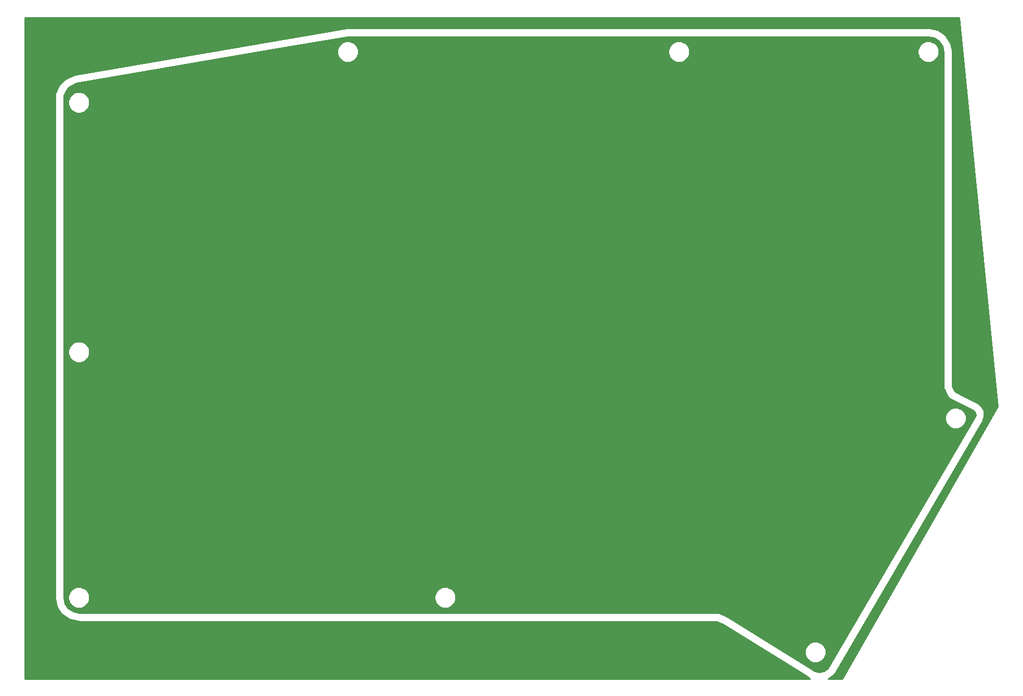
<source format=gbr>
G04 #@! TF.FileFunction,Copper,L1,Top,Signal*
%FSLAX46Y46*%
G04 Gerber Fmt 4.6, Leading zero omitted, Abs format (unit mm)*
G04 Created by KiCad (PCBNEW 4.0.7) date 03/06/18 14:00:37*
%MOMM*%
%LPD*%
G01*
G04 APERTURE LIST*
%ADD10C,0.100000*%
%ADD11C,0.254000*%
G04 APERTURE END LIST*
D10*
D11*
G36*
X222119590Y-101572240D02*
X196776299Y-145923000D01*
X194512345Y-145923000D01*
X195339455Y-145370343D01*
X195354730Y-145355068D01*
X195374154Y-145345620D01*
X195452180Y-145257618D01*
X195535343Y-145174455D01*
X195543609Y-145154500D01*
X195557941Y-145138335D01*
X219687941Y-103863334D01*
X219718265Y-103775572D01*
X219759786Y-103692530D01*
X219906117Y-103158186D01*
X219911969Y-103075845D01*
X219925756Y-102881854D01*
X219856463Y-102332185D01*
X219788136Y-102127207D01*
X219768859Y-102069374D01*
X219494492Y-101588063D01*
X219342200Y-101412470D01*
X219312982Y-101378781D01*
X218875312Y-101039105D01*
X218812764Y-101007831D01*
X218757521Y-100964957D01*
X216217522Y-99694957D01*
X215159203Y-99165797D01*
X214705000Y-98257392D01*
X214705000Y-43815000D01*
X214691358Y-43746416D01*
X214691358Y-43676487D01*
X214449676Y-42461466D01*
X214343661Y-42205526D01*
X214343661Y-42205525D01*
X213655407Y-41175481D01*
X213459519Y-40979593D01*
X212429475Y-40291339D01*
X212173534Y-40185324D01*
X210958514Y-39943642D01*
X210888584Y-39943642D01*
X210820000Y-39930000D01*
X116205000Y-39930000D01*
X116145590Y-39941818D01*
X116085035Y-39940208D01*
X71635036Y-47560208D01*
X71537854Y-47597469D01*
X71437478Y-47624957D01*
X70167478Y-48259957D01*
X70077578Y-48329729D01*
X69982954Y-48392954D01*
X69347954Y-49027954D01*
X69284729Y-49122578D01*
X69214957Y-49212478D01*
X68579957Y-50482478D01*
X68573219Y-50507084D01*
X68559046Y-50528295D01*
X68536844Y-50639913D01*
X68506787Y-50749669D01*
X68509977Y-50774977D01*
X68505000Y-50800000D01*
X68505000Y-132715000D01*
X68518642Y-132783584D01*
X68518642Y-132853514D01*
X68760324Y-134068534D01*
X68841168Y-134263707D01*
X68866339Y-134324475D01*
X69554593Y-135354519D01*
X69750481Y-135550407D01*
X70780525Y-136238661D01*
X70855489Y-136269712D01*
X71036466Y-136344676D01*
X72251487Y-136586358D01*
X72321416Y-136586358D01*
X72390000Y-136600000D01*
X176362392Y-136600000D01*
X177453672Y-137145640D01*
X190750805Y-145377199D01*
X191567655Y-145923000D01*
X63627000Y-145923000D01*
X63627000Y-38227000D01*
X215785066Y-38227000D01*
X222119590Y-101572240D01*
X222119590Y-101572240D01*
G37*
X222119590Y-101572240D02*
X196776299Y-145923000D01*
X194512345Y-145923000D01*
X195339455Y-145370343D01*
X195354730Y-145355068D01*
X195374154Y-145345620D01*
X195452180Y-145257618D01*
X195535343Y-145174455D01*
X195543609Y-145154500D01*
X195557941Y-145138335D01*
X219687941Y-103863334D01*
X219718265Y-103775572D01*
X219759786Y-103692530D01*
X219906117Y-103158186D01*
X219911969Y-103075845D01*
X219925756Y-102881854D01*
X219856463Y-102332185D01*
X219788136Y-102127207D01*
X219768859Y-102069374D01*
X219494492Y-101588063D01*
X219342200Y-101412470D01*
X219312982Y-101378781D01*
X218875312Y-101039105D01*
X218812764Y-101007831D01*
X218757521Y-100964957D01*
X216217522Y-99694957D01*
X215159203Y-99165797D01*
X214705000Y-98257392D01*
X214705000Y-43815000D01*
X214691358Y-43746416D01*
X214691358Y-43676487D01*
X214449676Y-42461466D01*
X214343661Y-42205526D01*
X214343661Y-42205525D01*
X213655407Y-41175481D01*
X213459519Y-40979593D01*
X212429475Y-40291339D01*
X212173534Y-40185324D01*
X210958514Y-39943642D01*
X210888584Y-39943642D01*
X210820000Y-39930000D01*
X116205000Y-39930000D01*
X116145590Y-39941818D01*
X116085035Y-39940208D01*
X71635036Y-47560208D01*
X71537854Y-47597469D01*
X71437478Y-47624957D01*
X70167478Y-48259957D01*
X70077578Y-48329729D01*
X69982954Y-48392954D01*
X69347954Y-49027954D01*
X69284729Y-49122578D01*
X69214957Y-49212478D01*
X68579957Y-50482478D01*
X68573219Y-50507084D01*
X68559046Y-50528295D01*
X68536844Y-50639913D01*
X68506787Y-50749669D01*
X68509977Y-50774977D01*
X68505000Y-50800000D01*
X68505000Y-132715000D01*
X68518642Y-132783584D01*
X68518642Y-132853514D01*
X68760324Y-134068534D01*
X68841168Y-134263707D01*
X68866339Y-134324475D01*
X69554593Y-135354519D01*
X69750481Y-135550407D01*
X70780525Y-136238661D01*
X70855489Y-136269712D01*
X71036466Y-136344676D01*
X72251487Y-136586358D01*
X72321416Y-136586358D01*
X72390000Y-136600000D01*
X176362392Y-136600000D01*
X177453672Y-137145640D01*
X190750805Y-145377199D01*
X191567655Y-145923000D01*
X63627000Y-145923000D01*
X63627000Y-38227000D01*
X215785066Y-38227000D01*
X222119590Y-101572240D01*
G36*
X211757993Y-41550488D02*
X212553183Y-42081817D01*
X213084512Y-42877007D01*
X213285000Y-43884931D01*
X213285000Y-98425000D01*
X213289977Y-98450023D01*
X213286787Y-98475331D01*
X213316844Y-98585087D01*
X213339046Y-98696705D01*
X213353219Y-98717916D01*
X213359957Y-98742522D01*
X213994957Y-100012522D01*
X214049540Y-100082852D01*
X214093628Y-100160193D01*
X214133704Y-100191296D01*
X214164807Y-100231372D01*
X214242148Y-100275460D01*
X214312478Y-100330043D01*
X218059932Y-102203770D01*
X218330790Y-102413983D01*
X218465277Y-102649906D01*
X218499242Y-102919339D01*
X218414897Y-103227337D01*
X194414585Y-144280503D01*
X193793950Y-144695197D01*
X193040002Y-144845167D01*
X192286050Y-144695197D01*
X191529455Y-144189657D01*
X191517877Y-144184861D01*
X191508712Y-144176312D01*
X186889166Y-141316593D01*
X190659677Y-141316593D01*
X190669975Y-141632507D01*
X190669699Y-141948599D01*
X190681184Y-141976395D01*
X190682164Y-142006453D01*
X190902901Y-142539359D01*
X190915954Y-142544581D01*
X190933281Y-142586515D01*
X191420918Y-143075004D01*
X191465149Y-143093370D01*
X191470641Y-143107099D01*
X191766448Y-143218481D01*
X192058373Y-143339699D01*
X192088448Y-143339725D01*
X192116593Y-143350323D01*
X192432507Y-143340025D01*
X192748599Y-143340301D01*
X192776395Y-143328816D01*
X192806453Y-143327836D01*
X193339359Y-143107099D01*
X193344581Y-143094046D01*
X193386515Y-143076719D01*
X193875004Y-142589082D01*
X193893370Y-142544851D01*
X193907099Y-142539359D01*
X194018481Y-142243552D01*
X194139699Y-141951627D01*
X194139725Y-141921552D01*
X194150323Y-141893407D01*
X194140025Y-141577493D01*
X194140301Y-141261401D01*
X194128816Y-141233605D01*
X194127836Y-141203547D01*
X193907099Y-140670641D01*
X193894046Y-140665419D01*
X193876719Y-140623485D01*
X193389082Y-140134996D01*
X193344851Y-140116630D01*
X193339359Y-140102901D01*
X193043552Y-139991519D01*
X192751627Y-139870301D01*
X192721552Y-139870275D01*
X192693407Y-139859677D01*
X192377493Y-139869975D01*
X192061401Y-139869699D01*
X192033605Y-139881184D01*
X192003547Y-139882164D01*
X191470641Y-140102901D01*
X191465419Y-140115954D01*
X191423485Y-140133281D01*
X190934996Y-140620918D01*
X190916630Y-140665149D01*
X190902901Y-140670641D01*
X190791519Y-140966448D01*
X190670301Y-141258373D01*
X190670275Y-141288448D01*
X190659677Y-141316593D01*
X186889166Y-141316593D01*
X178173712Y-135921312D01*
X178143231Y-135909910D01*
X178117522Y-135889957D01*
X176847522Y-135254957D01*
X176822916Y-135248219D01*
X176801705Y-135234046D01*
X176690087Y-135211844D01*
X176580331Y-135181787D01*
X176555023Y-135184977D01*
X176530000Y-135180000D01*
X72459931Y-135180000D01*
X71452007Y-134979512D01*
X70656817Y-134448183D01*
X70125488Y-133652993D01*
X69925000Y-132645069D01*
X69925000Y-132426593D01*
X70644677Y-132426593D01*
X70654975Y-132742507D01*
X70654699Y-133058599D01*
X70666184Y-133086395D01*
X70667164Y-133116453D01*
X70887901Y-133649359D01*
X70900954Y-133654581D01*
X70918281Y-133696515D01*
X71405918Y-134185004D01*
X71450149Y-134203370D01*
X71455641Y-134217099D01*
X71751448Y-134328481D01*
X72043373Y-134449699D01*
X72073448Y-134449725D01*
X72101593Y-134460323D01*
X72417507Y-134450025D01*
X72733599Y-134450301D01*
X72761395Y-134438816D01*
X72791453Y-134437836D01*
X73324359Y-134217099D01*
X73329581Y-134204046D01*
X73371515Y-134186719D01*
X73860004Y-133699082D01*
X73878370Y-133654851D01*
X73892099Y-133649359D01*
X74003481Y-133353552D01*
X74124699Y-133061627D01*
X74124725Y-133031552D01*
X74135323Y-133003407D01*
X74125025Y-132687493D01*
X74125252Y-132426593D01*
X130334677Y-132426593D01*
X130344975Y-132742507D01*
X130344699Y-133058599D01*
X130356184Y-133086395D01*
X130357164Y-133116453D01*
X130577901Y-133649359D01*
X130590954Y-133654581D01*
X130608281Y-133696515D01*
X131095918Y-134185004D01*
X131140149Y-134203370D01*
X131145641Y-134217099D01*
X131441448Y-134328481D01*
X131733373Y-134449699D01*
X131763448Y-134449725D01*
X131791593Y-134460323D01*
X132107507Y-134450025D01*
X132423599Y-134450301D01*
X132451395Y-134438816D01*
X132481453Y-134437836D01*
X133014359Y-134217099D01*
X133019581Y-134204046D01*
X133061515Y-134186719D01*
X133550004Y-133699082D01*
X133568370Y-133654851D01*
X133582099Y-133649359D01*
X133693481Y-133353552D01*
X133814699Y-133061627D01*
X133814725Y-133031552D01*
X133825323Y-133003407D01*
X133815025Y-132687493D01*
X133815301Y-132371401D01*
X133803816Y-132343605D01*
X133802836Y-132313547D01*
X133582099Y-131780641D01*
X133569046Y-131775419D01*
X133551719Y-131733485D01*
X133064082Y-131244996D01*
X133019851Y-131226630D01*
X133014359Y-131212901D01*
X132718552Y-131101519D01*
X132426627Y-130980301D01*
X132396552Y-130980275D01*
X132368407Y-130969677D01*
X132052493Y-130979975D01*
X131736401Y-130979699D01*
X131708605Y-130991184D01*
X131678547Y-130992164D01*
X131145641Y-131212901D01*
X131140419Y-131225954D01*
X131098485Y-131243281D01*
X130609996Y-131730918D01*
X130591630Y-131775149D01*
X130577901Y-131780641D01*
X130466519Y-132076448D01*
X130345301Y-132368373D01*
X130345275Y-132398448D01*
X130334677Y-132426593D01*
X74125252Y-132426593D01*
X74125301Y-132371401D01*
X74113816Y-132343605D01*
X74112836Y-132313547D01*
X73892099Y-131780641D01*
X73879046Y-131775419D01*
X73861719Y-131733485D01*
X73374082Y-131244996D01*
X73329851Y-131226630D01*
X73324359Y-131212901D01*
X73028552Y-131101519D01*
X72736627Y-130980301D01*
X72706552Y-130980275D01*
X72678407Y-130969677D01*
X72362493Y-130979975D01*
X72046401Y-130979699D01*
X72018605Y-130991184D01*
X71988547Y-130992164D01*
X71455641Y-131212901D01*
X71450419Y-131225954D01*
X71408485Y-131243281D01*
X70919996Y-131730918D01*
X70901630Y-131775149D01*
X70887901Y-131780641D01*
X70776519Y-132076448D01*
X70655301Y-132368373D01*
X70655275Y-132398448D01*
X70644677Y-132426593D01*
X69925000Y-132426593D01*
X69925000Y-103216593D01*
X213519677Y-103216593D01*
X213529975Y-103532507D01*
X213529699Y-103848599D01*
X213541184Y-103876395D01*
X213542164Y-103906453D01*
X213762901Y-104439359D01*
X213775954Y-104444581D01*
X213793281Y-104486515D01*
X214280918Y-104975004D01*
X214325149Y-104993370D01*
X214330641Y-105007099D01*
X214626448Y-105118481D01*
X214918373Y-105239699D01*
X214948448Y-105239725D01*
X214976593Y-105250323D01*
X215292507Y-105240025D01*
X215608599Y-105240301D01*
X215636395Y-105228816D01*
X215666453Y-105227836D01*
X216199359Y-105007099D01*
X216204581Y-104994046D01*
X216246515Y-104976719D01*
X216735004Y-104489082D01*
X216753370Y-104444851D01*
X216767099Y-104439359D01*
X216878481Y-104143552D01*
X216999699Y-103851627D01*
X216999725Y-103821552D01*
X217010323Y-103793407D01*
X217000025Y-103477493D01*
X217000301Y-103161401D01*
X216988816Y-103133605D01*
X216987836Y-103103547D01*
X216767099Y-102570641D01*
X216754046Y-102565419D01*
X216736719Y-102523485D01*
X216249082Y-102034996D01*
X216204851Y-102016630D01*
X216199359Y-102002901D01*
X215903552Y-101891519D01*
X215611627Y-101770301D01*
X215581552Y-101770275D01*
X215553407Y-101759677D01*
X215237493Y-101769975D01*
X214921401Y-101769699D01*
X214893605Y-101781184D01*
X214863547Y-101782164D01*
X214330641Y-102002901D01*
X214325419Y-102015954D01*
X214283485Y-102033281D01*
X213794996Y-102520918D01*
X213776630Y-102565149D01*
X213762901Y-102570641D01*
X213651519Y-102866448D01*
X213530301Y-103158373D01*
X213530275Y-103188448D01*
X213519677Y-103216593D01*
X69925000Y-103216593D01*
X69925000Y-92421593D01*
X70644677Y-92421593D01*
X70654975Y-92737507D01*
X70654699Y-93053599D01*
X70666184Y-93081395D01*
X70667164Y-93111453D01*
X70887901Y-93644359D01*
X70900954Y-93649581D01*
X70918281Y-93691515D01*
X71405918Y-94180004D01*
X71450149Y-94198370D01*
X71455641Y-94212099D01*
X71751448Y-94323481D01*
X72043373Y-94444699D01*
X72073448Y-94444725D01*
X72101593Y-94455323D01*
X72417507Y-94445025D01*
X72733599Y-94445301D01*
X72761395Y-94433816D01*
X72791453Y-94432836D01*
X73324359Y-94212099D01*
X73329581Y-94199046D01*
X73371515Y-94181719D01*
X73860004Y-93694082D01*
X73878370Y-93649851D01*
X73892099Y-93644359D01*
X74003481Y-93348552D01*
X74124699Y-93056627D01*
X74124725Y-93026552D01*
X74135323Y-92998407D01*
X74125025Y-92682493D01*
X74125301Y-92366401D01*
X74113816Y-92338605D01*
X74112836Y-92308547D01*
X73892099Y-91775641D01*
X73879046Y-91770419D01*
X73861719Y-91728485D01*
X73374082Y-91239996D01*
X73329851Y-91221630D01*
X73324359Y-91207901D01*
X73028552Y-91096519D01*
X72736627Y-90975301D01*
X72706552Y-90975275D01*
X72678407Y-90964677D01*
X72362493Y-90974975D01*
X72046401Y-90974699D01*
X72018605Y-90986184D01*
X71988547Y-90987164D01*
X71455641Y-91207901D01*
X71450419Y-91220954D01*
X71408485Y-91238281D01*
X70919996Y-91725918D01*
X70901630Y-91770149D01*
X70887901Y-91775641D01*
X70776519Y-92071448D01*
X70655301Y-92363373D01*
X70655275Y-92393448D01*
X70644677Y-92421593D01*
X69925000Y-92421593D01*
X69925000Y-51781593D01*
X70644677Y-51781593D01*
X70654975Y-52097507D01*
X70654699Y-52413599D01*
X70666184Y-52441395D01*
X70667164Y-52471453D01*
X70887901Y-53004359D01*
X70900954Y-53009581D01*
X70918281Y-53051515D01*
X71405918Y-53540004D01*
X71450149Y-53558370D01*
X71455641Y-53572099D01*
X71751448Y-53683481D01*
X72043373Y-53804699D01*
X72073448Y-53804725D01*
X72101593Y-53815323D01*
X72417507Y-53805025D01*
X72733599Y-53805301D01*
X72761395Y-53793816D01*
X72791453Y-53792836D01*
X73324359Y-53572099D01*
X73329581Y-53559046D01*
X73371515Y-53541719D01*
X73860004Y-53054082D01*
X73878370Y-53009851D01*
X73892099Y-53004359D01*
X74003481Y-52708552D01*
X74124699Y-52416627D01*
X74124725Y-52386552D01*
X74135323Y-52358407D01*
X74125025Y-52042493D01*
X74125301Y-51726401D01*
X74113816Y-51698605D01*
X74112836Y-51668547D01*
X73892099Y-51135641D01*
X73879046Y-51130419D01*
X73861719Y-51088485D01*
X73374082Y-50599996D01*
X73329851Y-50581630D01*
X73324359Y-50567901D01*
X73028552Y-50456519D01*
X72736627Y-50335301D01*
X72706552Y-50335275D01*
X72678407Y-50324677D01*
X72362493Y-50334975D01*
X72046401Y-50334699D01*
X72018605Y-50346184D01*
X71988547Y-50347164D01*
X71455641Y-50567901D01*
X71450419Y-50580954D01*
X71408485Y-50598281D01*
X70919996Y-51085918D01*
X70901630Y-51130149D01*
X70887901Y-51135641D01*
X70776519Y-51431448D01*
X70655301Y-51723373D01*
X70655275Y-51753448D01*
X70644677Y-51781593D01*
X69925000Y-51781593D01*
X69925000Y-50967608D01*
X70433516Y-49950576D01*
X70905576Y-49478516D01*
X71978534Y-48942037D01*
X103568624Y-43526593D01*
X114459677Y-43526593D01*
X114469975Y-43842507D01*
X114469699Y-44158599D01*
X114481184Y-44186395D01*
X114482164Y-44216453D01*
X114702901Y-44749359D01*
X114715954Y-44754581D01*
X114733281Y-44796515D01*
X115220918Y-45285004D01*
X115265149Y-45303370D01*
X115270641Y-45317099D01*
X115566448Y-45428481D01*
X115858373Y-45549699D01*
X115888448Y-45549725D01*
X115916593Y-45560323D01*
X116232507Y-45550025D01*
X116548599Y-45550301D01*
X116576395Y-45538816D01*
X116606453Y-45537836D01*
X117139359Y-45317099D01*
X117144581Y-45304046D01*
X117186515Y-45286719D01*
X117675004Y-44799082D01*
X117693370Y-44754851D01*
X117707099Y-44749359D01*
X117818481Y-44453552D01*
X117939699Y-44161627D01*
X117939725Y-44131552D01*
X117950323Y-44103407D01*
X117940025Y-43787493D01*
X117940252Y-43526593D01*
X168434677Y-43526593D01*
X168444975Y-43842507D01*
X168444699Y-44158599D01*
X168456184Y-44186395D01*
X168457164Y-44216453D01*
X168677901Y-44749359D01*
X168690954Y-44754581D01*
X168708281Y-44796515D01*
X169195918Y-45285004D01*
X169240149Y-45303370D01*
X169245641Y-45317099D01*
X169541448Y-45428481D01*
X169833373Y-45549699D01*
X169863448Y-45549725D01*
X169891593Y-45560323D01*
X170207507Y-45550025D01*
X170523599Y-45550301D01*
X170551395Y-45538816D01*
X170581453Y-45537836D01*
X171114359Y-45317099D01*
X171119581Y-45304046D01*
X171161515Y-45286719D01*
X171650004Y-44799082D01*
X171668370Y-44754851D01*
X171682099Y-44749359D01*
X171793481Y-44453552D01*
X171914699Y-44161627D01*
X171914725Y-44131552D01*
X171925323Y-44103407D01*
X171915025Y-43787493D01*
X171915252Y-43526593D01*
X209074677Y-43526593D01*
X209084975Y-43842507D01*
X209084699Y-44158599D01*
X209096184Y-44186395D01*
X209097164Y-44216453D01*
X209317901Y-44749359D01*
X209330954Y-44754581D01*
X209348281Y-44796515D01*
X209835918Y-45285004D01*
X209880149Y-45303370D01*
X209885641Y-45317099D01*
X210181448Y-45428481D01*
X210473373Y-45549699D01*
X210503448Y-45549725D01*
X210531593Y-45560323D01*
X210847507Y-45550025D01*
X211163599Y-45550301D01*
X211191395Y-45538816D01*
X211221453Y-45537836D01*
X211754359Y-45317099D01*
X211759581Y-45304046D01*
X211801515Y-45286719D01*
X212290004Y-44799082D01*
X212308370Y-44754851D01*
X212322099Y-44749359D01*
X212433481Y-44453552D01*
X212554699Y-44161627D01*
X212554725Y-44131552D01*
X212565323Y-44103407D01*
X212555025Y-43787493D01*
X212555301Y-43471401D01*
X212543816Y-43443605D01*
X212542836Y-43413547D01*
X212322099Y-42880641D01*
X212309046Y-42875419D01*
X212291719Y-42833485D01*
X211804082Y-42344996D01*
X211759851Y-42326630D01*
X211754359Y-42312901D01*
X211458552Y-42201519D01*
X211166627Y-42080301D01*
X211136552Y-42080275D01*
X211108407Y-42069677D01*
X210792493Y-42079975D01*
X210476401Y-42079699D01*
X210448605Y-42091184D01*
X210418547Y-42092164D01*
X209885641Y-42312901D01*
X209880419Y-42325954D01*
X209838485Y-42343281D01*
X209349996Y-42830918D01*
X209331630Y-42875149D01*
X209317901Y-42880641D01*
X209206519Y-43176448D01*
X209085301Y-43468373D01*
X209085275Y-43498448D01*
X209074677Y-43526593D01*
X171915252Y-43526593D01*
X171915301Y-43471401D01*
X171903816Y-43443605D01*
X171902836Y-43413547D01*
X171682099Y-42880641D01*
X171669046Y-42875419D01*
X171651719Y-42833485D01*
X171164082Y-42344996D01*
X171119851Y-42326630D01*
X171114359Y-42312901D01*
X170818552Y-42201519D01*
X170526627Y-42080301D01*
X170496552Y-42080275D01*
X170468407Y-42069677D01*
X170152493Y-42079975D01*
X169836401Y-42079699D01*
X169808605Y-42091184D01*
X169778547Y-42092164D01*
X169245641Y-42312901D01*
X169240419Y-42325954D01*
X169198485Y-42343281D01*
X168709996Y-42830918D01*
X168691630Y-42875149D01*
X168677901Y-42880641D01*
X168566519Y-43176448D01*
X168445301Y-43468373D01*
X168445275Y-43498448D01*
X168434677Y-43526593D01*
X117940252Y-43526593D01*
X117940301Y-43471401D01*
X117928816Y-43443605D01*
X117927836Y-43413547D01*
X117707099Y-42880641D01*
X117694046Y-42875419D01*
X117676719Y-42833485D01*
X117189082Y-42344996D01*
X117144851Y-42326630D01*
X117139359Y-42312901D01*
X116843552Y-42201519D01*
X116551627Y-42080301D01*
X116521552Y-42080275D01*
X116493407Y-42069677D01*
X116177493Y-42079975D01*
X115861401Y-42079699D01*
X115833605Y-42091184D01*
X115803547Y-42092164D01*
X115270641Y-42312901D01*
X115265419Y-42325954D01*
X115223485Y-42343281D01*
X114734996Y-42830918D01*
X114716630Y-42875149D01*
X114702901Y-42880641D01*
X114591519Y-43176448D01*
X114470301Y-43468373D01*
X114470275Y-43498448D01*
X114459677Y-43526593D01*
X103568624Y-43526593D01*
X116265417Y-41350000D01*
X210750069Y-41350000D01*
X211757993Y-41550488D01*
X211757993Y-41550488D01*
G37*
X211757993Y-41550488D02*
X212553183Y-42081817D01*
X213084512Y-42877007D01*
X213285000Y-43884931D01*
X213285000Y-98425000D01*
X213289977Y-98450023D01*
X213286787Y-98475331D01*
X213316844Y-98585087D01*
X213339046Y-98696705D01*
X213353219Y-98717916D01*
X213359957Y-98742522D01*
X213994957Y-100012522D01*
X214049540Y-100082852D01*
X214093628Y-100160193D01*
X214133704Y-100191296D01*
X214164807Y-100231372D01*
X214242148Y-100275460D01*
X214312478Y-100330043D01*
X218059932Y-102203770D01*
X218330790Y-102413983D01*
X218465277Y-102649906D01*
X218499242Y-102919339D01*
X218414897Y-103227337D01*
X194414585Y-144280503D01*
X193793950Y-144695197D01*
X193040002Y-144845167D01*
X192286050Y-144695197D01*
X191529455Y-144189657D01*
X191517877Y-144184861D01*
X191508712Y-144176312D01*
X186889166Y-141316593D01*
X190659677Y-141316593D01*
X190669975Y-141632507D01*
X190669699Y-141948599D01*
X190681184Y-141976395D01*
X190682164Y-142006453D01*
X190902901Y-142539359D01*
X190915954Y-142544581D01*
X190933281Y-142586515D01*
X191420918Y-143075004D01*
X191465149Y-143093370D01*
X191470641Y-143107099D01*
X191766448Y-143218481D01*
X192058373Y-143339699D01*
X192088448Y-143339725D01*
X192116593Y-143350323D01*
X192432507Y-143340025D01*
X192748599Y-143340301D01*
X192776395Y-143328816D01*
X192806453Y-143327836D01*
X193339359Y-143107099D01*
X193344581Y-143094046D01*
X193386515Y-143076719D01*
X193875004Y-142589082D01*
X193893370Y-142544851D01*
X193907099Y-142539359D01*
X194018481Y-142243552D01*
X194139699Y-141951627D01*
X194139725Y-141921552D01*
X194150323Y-141893407D01*
X194140025Y-141577493D01*
X194140301Y-141261401D01*
X194128816Y-141233605D01*
X194127836Y-141203547D01*
X193907099Y-140670641D01*
X193894046Y-140665419D01*
X193876719Y-140623485D01*
X193389082Y-140134996D01*
X193344851Y-140116630D01*
X193339359Y-140102901D01*
X193043552Y-139991519D01*
X192751627Y-139870301D01*
X192721552Y-139870275D01*
X192693407Y-139859677D01*
X192377493Y-139869975D01*
X192061401Y-139869699D01*
X192033605Y-139881184D01*
X192003547Y-139882164D01*
X191470641Y-140102901D01*
X191465419Y-140115954D01*
X191423485Y-140133281D01*
X190934996Y-140620918D01*
X190916630Y-140665149D01*
X190902901Y-140670641D01*
X190791519Y-140966448D01*
X190670301Y-141258373D01*
X190670275Y-141288448D01*
X190659677Y-141316593D01*
X186889166Y-141316593D01*
X178173712Y-135921312D01*
X178143231Y-135909910D01*
X178117522Y-135889957D01*
X176847522Y-135254957D01*
X176822916Y-135248219D01*
X176801705Y-135234046D01*
X176690087Y-135211844D01*
X176580331Y-135181787D01*
X176555023Y-135184977D01*
X176530000Y-135180000D01*
X72459931Y-135180000D01*
X71452007Y-134979512D01*
X70656817Y-134448183D01*
X70125488Y-133652993D01*
X69925000Y-132645069D01*
X69925000Y-132426593D01*
X70644677Y-132426593D01*
X70654975Y-132742507D01*
X70654699Y-133058599D01*
X70666184Y-133086395D01*
X70667164Y-133116453D01*
X70887901Y-133649359D01*
X70900954Y-133654581D01*
X70918281Y-133696515D01*
X71405918Y-134185004D01*
X71450149Y-134203370D01*
X71455641Y-134217099D01*
X71751448Y-134328481D01*
X72043373Y-134449699D01*
X72073448Y-134449725D01*
X72101593Y-134460323D01*
X72417507Y-134450025D01*
X72733599Y-134450301D01*
X72761395Y-134438816D01*
X72791453Y-134437836D01*
X73324359Y-134217099D01*
X73329581Y-134204046D01*
X73371515Y-134186719D01*
X73860004Y-133699082D01*
X73878370Y-133654851D01*
X73892099Y-133649359D01*
X74003481Y-133353552D01*
X74124699Y-133061627D01*
X74124725Y-133031552D01*
X74135323Y-133003407D01*
X74125025Y-132687493D01*
X74125252Y-132426593D01*
X130334677Y-132426593D01*
X130344975Y-132742507D01*
X130344699Y-133058599D01*
X130356184Y-133086395D01*
X130357164Y-133116453D01*
X130577901Y-133649359D01*
X130590954Y-133654581D01*
X130608281Y-133696515D01*
X131095918Y-134185004D01*
X131140149Y-134203370D01*
X131145641Y-134217099D01*
X131441448Y-134328481D01*
X131733373Y-134449699D01*
X131763448Y-134449725D01*
X131791593Y-134460323D01*
X132107507Y-134450025D01*
X132423599Y-134450301D01*
X132451395Y-134438816D01*
X132481453Y-134437836D01*
X133014359Y-134217099D01*
X133019581Y-134204046D01*
X133061515Y-134186719D01*
X133550004Y-133699082D01*
X133568370Y-133654851D01*
X133582099Y-133649359D01*
X133693481Y-133353552D01*
X133814699Y-133061627D01*
X133814725Y-133031552D01*
X133825323Y-133003407D01*
X133815025Y-132687493D01*
X133815301Y-132371401D01*
X133803816Y-132343605D01*
X133802836Y-132313547D01*
X133582099Y-131780641D01*
X133569046Y-131775419D01*
X133551719Y-131733485D01*
X133064082Y-131244996D01*
X133019851Y-131226630D01*
X133014359Y-131212901D01*
X132718552Y-131101519D01*
X132426627Y-130980301D01*
X132396552Y-130980275D01*
X132368407Y-130969677D01*
X132052493Y-130979975D01*
X131736401Y-130979699D01*
X131708605Y-130991184D01*
X131678547Y-130992164D01*
X131145641Y-131212901D01*
X131140419Y-131225954D01*
X131098485Y-131243281D01*
X130609996Y-131730918D01*
X130591630Y-131775149D01*
X130577901Y-131780641D01*
X130466519Y-132076448D01*
X130345301Y-132368373D01*
X130345275Y-132398448D01*
X130334677Y-132426593D01*
X74125252Y-132426593D01*
X74125301Y-132371401D01*
X74113816Y-132343605D01*
X74112836Y-132313547D01*
X73892099Y-131780641D01*
X73879046Y-131775419D01*
X73861719Y-131733485D01*
X73374082Y-131244996D01*
X73329851Y-131226630D01*
X73324359Y-131212901D01*
X73028552Y-131101519D01*
X72736627Y-130980301D01*
X72706552Y-130980275D01*
X72678407Y-130969677D01*
X72362493Y-130979975D01*
X72046401Y-130979699D01*
X72018605Y-130991184D01*
X71988547Y-130992164D01*
X71455641Y-131212901D01*
X71450419Y-131225954D01*
X71408485Y-131243281D01*
X70919996Y-131730918D01*
X70901630Y-131775149D01*
X70887901Y-131780641D01*
X70776519Y-132076448D01*
X70655301Y-132368373D01*
X70655275Y-132398448D01*
X70644677Y-132426593D01*
X69925000Y-132426593D01*
X69925000Y-103216593D01*
X213519677Y-103216593D01*
X213529975Y-103532507D01*
X213529699Y-103848599D01*
X213541184Y-103876395D01*
X213542164Y-103906453D01*
X213762901Y-104439359D01*
X213775954Y-104444581D01*
X213793281Y-104486515D01*
X214280918Y-104975004D01*
X214325149Y-104993370D01*
X214330641Y-105007099D01*
X214626448Y-105118481D01*
X214918373Y-105239699D01*
X214948448Y-105239725D01*
X214976593Y-105250323D01*
X215292507Y-105240025D01*
X215608599Y-105240301D01*
X215636395Y-105228816D01*
X215666453Y-105227836D01*
X216199359Y-105007099D01*
X216204581Y-104994046D01*
X216246515Y-104976719D01*
X216735004Y-104489082D01*
X216753370Y-104444851D01*
X216767099Y-104439359D01*
X216878481Y-104143552D01*
X216999699Y-103851627D01*
X216999725Y-103821552D01*
X217010323Y-103793407D01*
X217000025Y-103477493D01*
X217000301Y-103161401D01*
X216988816Y-103133605D01*
X216987836Y-103103547D01*
X216767099Y-102570641D01*
X216754046Y-102565419D01*
X216736719Y-102523485D01*
X216249082Y-102034996D01*
X216204851Y-102016630D01*
X216199359Y-102002901D01*
X215903552Y-101891519D01*
X215611627Y-101770301D01*
X215581552Y-101770275D01*
X215553407Y-101759677D01*
X215237493Y-101769975D01*
X214921401Y-101769699D01*
X214893605Y-101781184D01*
X214863547Y-101782164D01*
X214330641Y-102002901D01*
X214325419Y-102015954D01*
X214283485Y-102033281D01*
X213794996Y-102520918D01*
X213776630Y-102565149D01*
X213762901Y-102570641D01*
X213651519Y-102866448D01*
X213530301Y-103158373D01*
X213530275Y-103188448D01*
X213519677Y-103216593D01*
X69925000Y-103216593D01*
X69925000Y-92421593D01*
X70644677Y-92421593D01*
X70654975Y-92737507D01*
X70654699Y-93053599D01*
X70666184Y-93081395D01*
X70667164Y-93111453D01*
X70887901Y-93644359D01*
X70900954Y-93649581D01*
X70918281Y-93691515D01*
X71405918Y-94180004D01*
X71450149Y-94198370D01*
X71455641Y-94212099D01*
X71751448Y-94323481D01*
X72043373Y-94444699D01*
X72073448Y-94444725D01*
X72101593Y-94455323D01*
X72417507Y-94445025D01*
X72733599Y-94445301D01*
X72761395Y-94433816D01*
X72791453Y-94432836D01*
X73324359Y-94212099D01*
X73329581Y-94199046D01*
X73371515Y-94181719D01*
X73860004Y-93694082D01*
X73878370Y-93649851D01*
X73892099Y-93644359D01*
X74003481Y-93348552D01*
X74124699Y-93056627D01*
X74124725Y-93026552D01*
X74135323Y-92998407D01*
X74125025Y-92682493D01*
X74125301Y-92366401D01*
X74113816Y-92338605D01*
X74112836Y-92308547D01*
X73892099Y-91775641D01*
X73879046Y-91770419D01*
X73861719Y-91728485D01*
X73374082Y-91239996D01*
X73329851Y-91221630D01*
X73324359Y-91207901D01*
X73028552Y-91096519D01*
X72736627Y-90975301D01*
X72706552Y-90975275D01*
X72678407Y-90964677D01*
X72362493Y-90974975D01*
X72046401Y-90974699D01*
X72018605Y-90986184D01*
X71988547Y-90987164D01*
X71455641Y-91207901D01*
X71450419Y-91220954D01*
X71408485Y-91238281D01*
X70919996Y-91725918D01*
X70901630Y-91770149D01*
X70887901Y-91775641D01*
X70776519Y-92071448D01*
X70655301Y-92363373D01*
X70655275Y-92393448D01*
X70644677Y-92421593D01*
X69925000Y-92421593D01*
X69925000Y-51781593D01*
X70644677Y-51781593D01*
X70654975Y-52097507D01*
X70654699Y-52413599D01*
X70666184Y-52441395D01*
X70667164Y-52471453D01*
X70887901Y-53004359D01*
X70900954Y-53009581D01*
X70918281Y-53051515D01*
X71405918Y-53540004D01*
X71450149Y-53558370D01*
X71455641Y-53572099D01*
X71751448Y-53683481D01*
X72043373Y-53804699D01*
X72073448Y-53804725D01*
X72101593Y-53815323D01*
X72417507Y-53805025D01*
X72733599Y-53805301D01*
X72761395Y-53793816D01*
X72791453Y-53792836D01*
X73324359Y-53572099D01*
X73329581Y-53559046D01*
X73371515Y-53541719D01*
X73860004Y-53054082D01*
X73878370Y-53009851D01*
X73892099Y-53004359D01*
X74003481Y-52708552D01*
X74124699Y-52416627D01*
X74124725Y-52386552D01*
X74135323Y-52358407D01*
X74125025Y-52042493D01*
X74125301Y-51726401D01*
X74113816Y-51698605D01*
X74112836Y-51668547D01*
X73892099Y-51135641D01*
X73879046Y-51130419D01*
X73861719Y-51088485D01*
X73374082Y-50599996D01*
X73329851Y-50581630D01*
X73324359Y-50567901D01*
X73028552Y-50456519D01*
X72736627Y-50335301D01*
X72706552Y-50335275D01*
X72678407Y-50324677D01*
X72362493Y-50334975D01*
X72046401Y-50334699D01*
X72018605Y-50346184D01*
X71988547Y-50347164D01*
X71455641Y-50567901D01*
X71450419Y-50580954D01*
X71408485Y-50598281D01*
X70919996Y-51085918D01*
X70901630Y-51130149D01*
X70887901Y-51135641D01*
X70776519Y-51431448D01*
X70655301Y-51723373D01*
X70655275Y-51753448D01*
X70644677Y-51781593D01*
X69925000Y-51781593D01*
X69925000Y-50967608D01*
X70433516Y-49950576D01*
X70905576Y-49478516D01*
X71978534Y-48942037D01*
X103568624Y-43526593D01*
X114459677Y-43526593D01*
X114469975Y-43842507D01*
X114469699Y-44158599D01*
X114481184Y-44186395D01*
X114482164Y-44216453D01*
X114702901Y-44749359D01*
X114715954Y-44754581D01*
X114733281Y-44796515D01*
X115220918Y-45285004D01*
X115265149Y-45303370D01*
X115270641Y-45317099D01*
X115566448Y-45428481D01*
X115858373Y-45549699D01*
X115888448Y-45549725D01*
X115916593Y-45560323D01*
X116232507Y-45550025D01*
X116548599Y-45550301D01*
X116576395Y-45538816D01*
X116606453Y-45537836D01*
X117139359Y-45317099D01*
X117144581Y-45304046D01*
X117186515Y-45286719D01*
X117675004Y-44799082D01*
X117693370Y-44754851D01*
X117707099Y-44749359D01*
X117818481Y-44453552D01*
X117939699Y-44161627D01*
X117939725Y-44131552D01*
X117950323Y-44103407D01*
X117940025Y-43787493D01*
X117940252Y-43526593D01*
X168434677Y-43526593D01*
X168444975Y-43842507D01*
X168444699Y-44158599D01*
X168456184Y-44186395D01*
X168457164Y-44216453D01*
X168677901Y-44749359D01*
X168690954Y-44754581D01*
X168708281Y-44796515D01*
X169195918Y-45285004D01*
X169240149Y-45303370D01*
X169245641Y-45317099D01*
X169541448Y-45428481D01*
X169833373Y-45549699D01*
X169863448Y-45549725D01*
X169891593Y-45560323D01*
X170207507Y-45550025D01*
X170523599Y-45550301D01*
X170551395Y-45538816D01*
X170581453Y-45537836D01*
X171114359Y-45317099D01*
X171119581Y-45304046D01*
X171161515Y-45286719D01*
X171650004Y-44799082D01*
X171668370Y-44754851D01*
X171682099Y-44749359D01*
X171793481Y-44453552D01*
X171914699Y-44161627D01*
X171914725Y-44131552D01*
X171925323Y-44103407D01*
X171915025Y-43787493D01*
X171915252Y-43526593D01*
X209074677Y-43526593D01*
X209084975Y-43842507D01*
X209084699Y-44158599D01*
X209096184Y-44186395D01*
X209097164Y-44216453D01*
X209317901Y-44749359D01*
X209330954Y-44754581D01*
X209348281Y-44796515D01*
X209835918Y-45285004D01*
X209880149Y-45303370D01*
X209885641Y-45317099D01*
X210181448Y-45428481D01*
X210473373Y-45549699D01*
X210503448Y-45549725D01*
X210531593Y-45560323D01*
X210847507Y-45550025D01*
X211163599Y-45550301D01*
X211191395Y-45538816D01*
X211221453Y-45537836D01*
X211754359Y-45317099D01*
X211759581Y-45304046D01*
X211801515Y-45286719D01*
X212290004Y-44799082D01*
X212308370Y-44754851D01*
X212322099Y-44749359D01*
X212433481Y-44453552D01*
X212554699Y-44161627D01*
X212554725Y-44131552D01*
X212565323Y-44103407D01*
X212555025Y-43787493D01*
X212555301Y-43471401D01*
X212543816Y-43443605D01*
X212542836Y-43413547D01*
X212322099Y-42880641D01*
X212309046Y-42875419D01*
X212291719Y-42833485D01*
X211804082Y-42344996D01*
X211759851Y-42326630D01*
X211754359Y-42312901D01*
X211458552Y-42201519D01*
X211166627Y-42080301D01*
X211136552Y-42080275D01*
X211108407Y-42069677D01*
X210792493Y-42079975D01*
X210476401Y-42079699D01*
X210448605Y-42091184D01*
X210418547Y-42092164D01*
X209885641Y-42312901D01*
X209880419Y-42325954D01*
X209838485Y-42343281D01*
X209349996Y-42830918D01*
X209331630Y-42875149D01*
X209317901Y-42880641D01*
X209206519Y-43176448D01*
X209085301Y-43468373D01*
X209085275Y-43498448D01*
X209074677Y-43526593D01*
X171915252Y-43526593D01*
X171915301Y-43471401D01*
X171903816Y-43443605D01*
X171902836Y-43413547D01*
X171682099Y-42880641D01*
X171669046Y-42875419D01*
X171651719Y-42833485D01*
X171164082Y-42344996D01*
X171119851Y-42326630D01*
X171114359Y-42312901D01*
X170818552Y-42201519D01*
X170526627Y-42080301D01*
X170496552Y-42080275D01*
X170468407Y-42069677D01*
X170152493Y-42079975D01*
X169836401Y-42079699D01*
X169808605Y-42091184D01*
X169778547Y-42092164D01*
X169245641Y-42312901D01*
X169240419Y-42325954D01*
X169198485Y-42343281D01*
X168709996Y-42830918D01*
X168691630Y-42875149D01*
X168677901Y-42880641D01*
X168566519Y-43176448D01*
X168445301Y-43468373D01*
X168445275Y-43498448D01*
X168434677Y-43526593D01*
X117940252Y-43526593D01*
X117940301Y-43471401D01*
X117928816Y-43443605D01*
X117927836Y-43413547D01*
X117707099Y-42880641D01*
X117694046Y-42875419D01*
X117676719Y-42833485D01*
X117189082Y-42344996D01*
X117144851Y-42326630D01*
X117139359Y-42312901D01*
X116843552Y-42201519D01*
X116551627Y-42080301D01*
X116521552Y-42080275D01*
X116493407Y-42069677D01*
X116177493Y-42079975D01*
X115861401Y-42079699D01*
X115833605Y-42091184D01*
X115803547Y-42092164D01*
X115270641Y-42312901D01*
X115265419Y-42325954D01*
X115223485Y-42343281D01*
X114734996Y-42830918D01*
X114716630Y-42875149D01*
X114702901Y-42880641D01*
X114591519Y-43176448D01*
X114470301Y-43468373D01*
X114470275Y-43498448D01*
X114459677Y-43526593D01*
X103568624Y-43526593D01*
X116265417Y-41350000D01*
X210750069Y-41350000D01*
X211757993Y-41550488D01*
M02*

</source>
